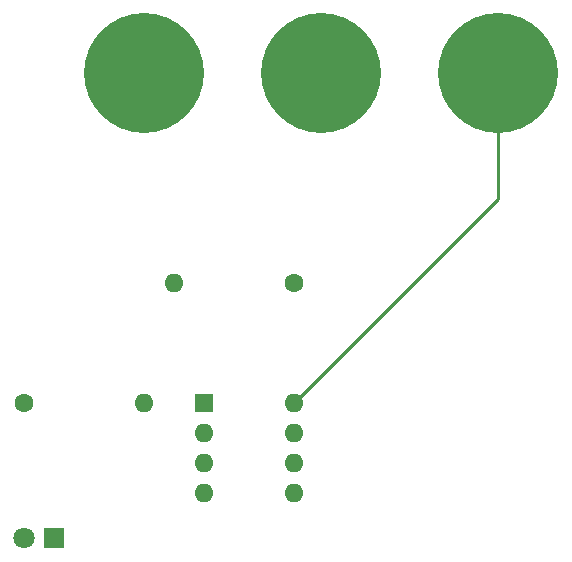
<source format=gbr>
G04 #@! TF.FileFunction,Copper,L2,Bot,Signal*
%FSLAX46Y46*%
G04 Gerber Fmt 4.6, Leading zero omitted, Abs format (unit mm)*
G04 Created by KiCad (PCBNEW 4.0.6) date Wednesday, July 05, 2017 'PMt' 10:08:47 PM*
%MOMM*%
%LPD*%
G01*
G04 APERTURE LIST*
%ADD10C,0.100000*%
%ADD11R,1.800000X1.800000*%
%ADD12C,1.800000*%
%ADD13C,10.160000*%
%ADD14C,1.600000*%
%ADD15O,1.600000X1.600000*%
%ADD16R,1.600000X1.600000*%
%ADD17C,0.250000*%
G04 APERTURE END LIST*
D10*
D11*
X149860000Y-139700000D03*
D12*
X147320000Y-139700000D03*
D13*
X157480000Y-100330000D03*
X187450000Y-100330000D03*
X172470000Y-100330000D03*
D14*
X170180000Y-118110000D03*
D15*
X160020000Y-118110000D03*
D14*
X147320000Y-128270000D03*
D15*
X157480000Y-128270000D03*
D16*
X162560000Y-128270000D03*
D15*
X170180000Y-135890000D03*
X162560000Y-130810000D03*
X170180000Y-133350000D03*
X162560000Y-133350000D03*
X170180000Y-130810000D03*
X162560000Y-135890000D03*
X170180000Y-128270000D03*
D17*
X187450000Y-111000000D02*
X170180000Y-128270000D01*
X187450000Y-100330000D02*
X187450000Y-111000000D01*
M02*

</source>
